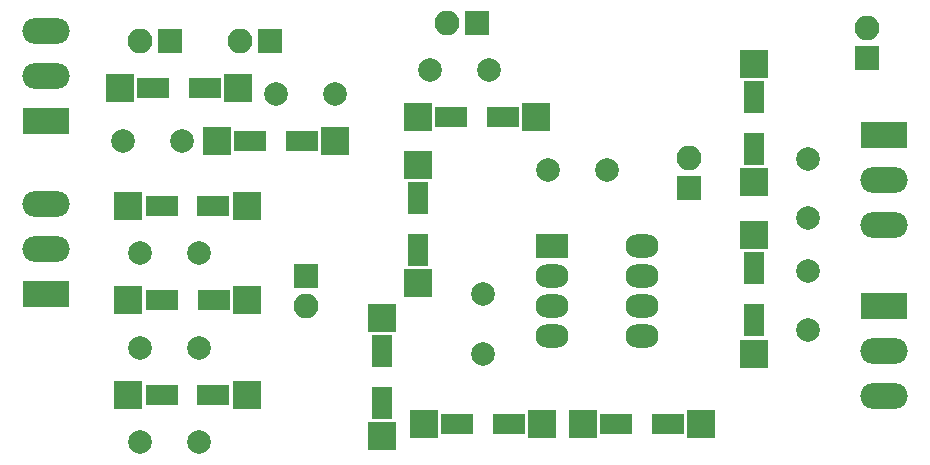
<source format=gbr>
G04 #@! TF.GenerationSoftware,KiCad,Pcbnew,(5.0.0)*
G04 #@! TF.CreationDate,2019-09-28T10:14:36+02:00*
G04 #@! TF.ProjectId,opampprotopcb,6F70616D7070726F746F7063622E6B69,rev?*
G04 #@! TF.SameCoordinates,Original*
G04 #@! TF.FileFunction,Soldermask,Top*
G04 #@! TF.FilePolarity,Negative*
%FSLAX46Y46*%
G04 Gerber Fmt 4.6, Leading zero omitted, Abs format (unit mm)*
G04 Created by KiCad (PCBNEW (5.0.0)) date 09/28/19 10:14:36*
%MOMM*%
%LPD*%
G01*
G04 APERTURE LIST*
%ADD10R,4.000000X2.200000*%
%ADD11O,4.000000X2.200000*%
%ADD12R,2.100000X2.100000*%
%ADD13O,2.100000X2.100000*%
%ADD14O,2.800000X2.000000*%
%ADD15R,2.800000X2.000000*%
%ADD16R,2.398980X2.398980*%
%ADD17R,2.701240X1.799540*%
%ADD18R,1.799540X2.701240*%
%ADD19C,2.000000*%
G04 APERTURE END LIST*
D10*
G04 #@! TO.C,J1*
X91000000Y-51000000D03*
D11*
X91000000Y-54810000D03*
X91000000Y-58620000D03*
G04 #@! TD*
D10*
G04 #@! TO.C,J2*
X20000000Y-50000000D03*
D11*
X20000000Y-46190000D03*
X20000000Y-42380000D03*
G04 #@! TD*
G04 #@! TO.C,J3*
X20000000Y-27690000D03*
X20000000Y-31500000D03*
D10*
X20000000Y-35310000D03*
G04 #@! TD*
D12*
G04 #@! TO.C,J4*
X30500000Y-28500000D03*
D13*
X27960000Y-28500000D03*
G04 #@! TD*
D12*
G04 #@! TO.C,J5*
X42000000Y-48460000D03*
D13*
X42000000Y-51000000D03*
G04 #@! TD*
D12*
G04 #@! TO.C,J6*
X39000000Y-28500000D03*
D13*
X36460000Y-28500000D03*
G04 #@! TD*
G04 #@! TO.C,J7*
X53960000Y-27000000D03*
D12*
X56500000Y-27000000D03*
G04 #@! TD*
G04 #@! TO.C,J8*
X74500000Y-41000000D03*
D13*
X74500000Y-38460000D03*
G04 #@! TD*
D11*
G04 #@! TO.C,J9*
X91000000Y-44120000D03*
X91000000Y-40310000D03*
D10*
X91000000Y-36500000D03*
G04 #@! TD*
D13*
G04 #@! TO.C,J10*
X89500000Y-27460000D03*
D12*
X89500000Y-30000000D03*
G04 #@! TD*
D14*
G04 #@! TO.C,U1*
X70500000Y-45920000D03*
X62880000Y-53540000D03*
X70500000Y-48460000D03*
X62880000Y-51000000D03*
X70500000Y-51000000D03*
X62880000Y-48460000D03*
X70500000Y-53540000D03*
D15*
X62880000Y-45920000D03*
G04 #@! TD*
D16*
G04 #@! TO.C,R1*
X26299140Y-32500000D03*
X36301660Y-32500000D03*
D17*
X29100760Y-32500000D03*
X33500040Y-32500000D03*
G04 #@! TD*
G04 #@! TO.C,R2*
X34198340Y-58500000D03*
X29799060Y-58500000D03*
D16*
X36999960Y-58500000D03*
X26997440Y-58500000D03*
G04 #@! TD*
D17*
G04 #@! TO.C,R3*
X34200940Y-50500000D03*
X29801660Y-50500000D03*
D16*
X37002560Y-50500000D03*
X27000040Y-50500000D03*
G04 #@! TD*
G04 #@! TO.C,R4*
X26997440Y-42500000D03*
X36999960Y-42500000D03*
D17*
X29799060Y-42500000D03*
X34198340Y-42500000D03*
G04 #@! TD*
G04 #@! TO.C,R5*
X41699640Y-37000000D03*
X37300360Y-37000000D03*
D16*
X44501260Y-37000000D03*
X34498740Y-37000000D03*
G04 #@! TD*
G04 #@! TO.C,R6*
X51500000Y-38998740D03*
X51500000Y-49001260D03*
D18*
X51500000Y-41800360D03*
X51500000Y-46199640D03*
G04 #@! TD*
D16*
G04 #@! TO.C,R7*
X48500000Y-52000040D03*
X48500000Y-62002560D03*
D18*
X48500000Y-54801660D03*
X48500000Y-59200940D03*
G04 #@! TD*
D17*
G04 #@! TO.C,R8*
X58699640Y-35000000D03*
X54300360Y-35000000D03*
D16*
X61501260Y-35000000D03*
X51498740Y-35000000D03*
G04 #@! TD*
G04 #@! TO.C,R9*
X51998740Y-61000000D03*
X62001260Y-61000000D03*
D17*
X54800360Y-61000000D03*
X59199640Y-61000000D03*
G04 #@! TD*
G04 #@! TO.C,R10*
X68299060Y-61000000D03*
X72698340Y-61000000D03*
D16*
X65497440Y-61000000D03*
X75499960Y-61000000D03*
G04 #@! TD*
D18*
G04 #@! TO.C,R11*
X80000000Y-37700940D03*
X80000000Y-33301660D03*
D16*
X80000000Y-40502560D03*
X80000000Y-30500040D03*
G04 #@! TD*
G04 #@! TO.C,R12*
X80000000Y-44998740D03*
X80000000Y-55001260D03*
D18*
X80000000Y-47800360D03*
X80000000Y-52199640D03*
G04 #@! TD*
D19*
G04 #@! TO.C,C1*
X26500000Y-37000000D03*
X31500000Y-37000000D03*
G04 #@! TD*
G04 #@! TO.C,C2*
X28000000Y-62500000D03*
X33000000Y-62500000D03*
G04 #@! TD*
G04 #@! TO.C,C3*
X28000000Y-54500000D03*
X33000000Y-54500000D03*
G04 #@! TD*
G04 #@! TO.C,C4*
X28000000Y-46500000D03*
X33000000Y-46500000D03*
G04 #@! TD*
G04 #@! TO.C,C5*
X44500000Y-33000000D03*
X39500000Y-33000000D03*
G04 #@! TD*
G04 #@! TO.C,C6*
X57000000Y-50000000D03*
X57000000Y-55000000D03*
G04 #@! TD*
G04 #@! TO.C,C7*
X52500000Y-31000000D03*
X57500000Y-31000000D03*
G04 #@! TD*
G04 #@! TO.C,C8*
X84500000Y-38500000D03*
X84500000Y-43500000D03*
G04 #@! TD*
G04 #@! TO.C,C9*
X84500000Y-48000000D03*
X84500000Y-53000000D03*
G04 #@! TD*
G04 #@! TO.C,C10*
X62500000Y-39500000D03*
X67500000Y-39500000D03*
G04 #@! TD*
M02*

</source>
